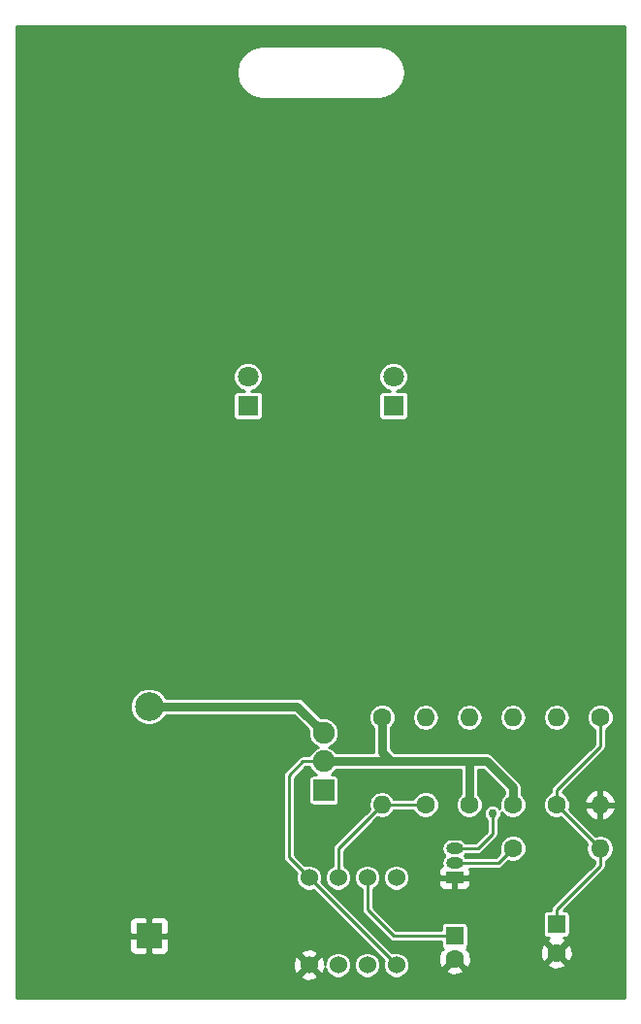
<source format=gtl>
G04 #@! TF.FileFunction,Copper,L1,Top,Signal*
%FSLAX46Y46*%
G04 Gerber Fmt 4.6, Leading zero omitted, Abs format (unit mm)*
G04 Created by KiCad (PCBNEW 4.0.7) date 07/03/23 18:34:59*
%MOMM*%
%LPD*%
G01*
G04 APERTURE LIST*
%ADD10C,0.100000*%
%ADD11R,2.170000X2.170000*%
%ADD12C,2.500000*%
%ADD13R,1.600000X1.600000*%
%ADD14C,1.600000*%
%ADD15R,1.800000X1.800000*%
%ADD16C,1.800000*%
%ADD17O,1.500000X1.000000*%
%ADD18R,1.500000X1.000000*%
%ADD19O,1.600000X1.600000*%
%ADD20R,1.900000X1.900000*%
%ADD21C,1.900000*%
%ADD22C,1.524000*%
%ADD23C,0.762000*%
%ADD24C,0.762000*%
%ADD25C,0.254000*%
G04 APERTURE END LIST*
D10*
D11*
X138938000Y-121158000D03*
D12*
X138938000Y-101158000D03*
D13*
X165608000Y-121158000D03*
D14*
X165608000Y-123158000D03*
D13*
X174498000Y-120142000D03*
D14*
X174498000Y-122642000D03*
D15*
X147574000Y-74930000D03*
D16*
X147574000Y-72390000D03*
D15*
X160274000Y-74930000D03*
D16*
X160274000Y-72390000D03*
D17*
X165608000Y-114808000D03*
X165608000Y-113538000D03*
D18*
X165608000Y-116078000D03*
D14*
X159258000Y-102108000D03*
D19*
X159258000Y-109728000D03*
D14*
X163068000Y-109728000D03*
D19*
X163068000Y-102108000D03*
D14*
X174498000Y-109728000D03*
D19*
X174498000Y-102108000D03*
D14*
X178308000Y-102108000D03*
D19*
X178308000Y-109728000D03*
D14*
X170688000Y-113538000D03*
D19*
X178308000Y-113538000D03*
D14*
X166878000Y-109728000D03*
D19*
X166878000Y-102108000D03*
D14*
X170688000Y-109728000D03*
D19*
X170688000Y-102108000D03*
D20*
X154178000Y-108458000D03*
D21*
X154178000Y-105958000D03*
X154178000Y-103458000D03*
D22*
X152908000Y-116078000D03*
X155448000Y-116078000D03*
X157988000Y-116078000D03*
X160528000Y-116078000D03*
X160528000Y-123698000D03*
X157988000Y-123698000D03*
X152908000Y-123698000D03*
X155448000Y-123698000D03*
D23*
X168910000Y-110490000D03*
D24*
X138938000Y-101158000D02*
X151878000Y-101158000D01*
X151878000Y-101158000D02*
X154178000Y-103458000D01*
D25*
X157988000Y-116078000D02*
X157988000Y-118872000D01*
X160274000Y-121158000D02*
X165608000Y-121158000D01*
X157988000Y-118872000D02*
X160274000Y-121158000D01*
X174498000Y-109728000D02*
X174498000Y-108458000D01*
X178308000Y-104648000D02*
X178308000Y-102108000D01*
X174498000Y-108458000D02*
X178308000Y-104648000D01*
X178308000Y-113538000D02*
X174498000Y-109728000D01*
X174498000Y-120142000D02*
X174498000Y-118872000D01*
X178308000Y-115062000D02*
X178308000Y-113538000D01*
X174498000Y-118872000D02*
X178308000Y-115062000D01*
X165608000Y-113538000D02*
X167640000Y-113538000D01*
X168910000Y-112268000D02*
X168910000Y-110490000D01*
X167640000Y-113538000D02*
X168910000Y-112268000D01*
X165608000Y-114808000D02*
X169418000Y-114808000D01*
X169418000Y-114808000D02*
X170688000Y-113538000D01*
X152908000Y-116078000D02*
X160528000Y-123698000D01*
X154178000Y-105958000D02*
X152360000Y-105958000D01*
X151130000Y-114300000D02*
X152908000Y-116078000D01*
X151130000Y-107188000D02*
X151130000Y-114300000D01*
X152360000Y-105958000D02*
X151130000Y-107188000D01*
D24*
X166878000Y-109728000D02*
X166878000Y-105958000D01*
X166878000Y-105958000D02*
X166878000Y-106172000D01*
X166878000Y-106172000D02*
X166878000Y-105958000D01*
X159258000Y-102108000D02*
X159258000Y-105156000D01*
X159258000Y-105156000D02*
X160060000Y-105958000D01*
X154178000Y-105958000D02*
X160060000Y-105958000D01*
X160060000Y-105958000D02*
X166878000Y-105958000D01*
X166878000Y-105958000D02*
X168442000Y-105958000D01*
X170688000Y-108204000D02*
X170688000Y-109728000D01*
X168442000Y-105958000D02*
X170688000Y-108204000D01*
D25*
X155448000Y-116078000D02*
X155448000Y-113538000D01*
X155448000Y-113538000D02*
X159258000Y-109728000D01*
X159258000Y-109728000D02*
X163068000Y-109728000D01*
G36*
X180454300Y-126606300D02*
X127393700Y-126606300D01*
X127393700Y-124678213D01*
X152107392Y-124678213D01*
X152176857Y-124920397D01*
X152700302Y-125107144D01*
X153255368Y-125079362D01*
X153639143Y-124920397D01*
X153708608Y-124678213D01*
X152908000Y-123877605D01*
X152107392Y-124678213D01*
X127393700Y-124678213D01*
X127393700Y-123490302D01*
X151498856Y-123490302D01*
X151526638Y-124045368D01*
X151685603Y-124429143D01*
X151927787Y-124498608D01*
X152728395Y-123698000D01*
X153087605Y-123698000D01*
X153888213Y-124498608D01*
X154130397Y-124429143D01*
X154307852Y-123931742D01*
X154478446Y-124344612D01*
X154799697Y-124666423D01*
X155219646Y-124840801D01*
X155674359Y-124841198D01*
X156094612Y-124667554D01*
X156416423Y-124346303D01*
X156590801Y-123926354D01*
X156590802Y-123924359D01*
X156844802Y-123924359D01*
X157018446Y-124344612D01*
X157339697Y-124666423D01*
X157759646Y-124840801D01*
X158214359Y-124841198D01*
X158634612Y-124667554D01*
X158956423Y-124346303D01*
X159130801Y-123926354D01*
X159131198Y-123471641D01*
X158957554Y-123051388D01*
X158636303Y-122729577D01*
X158216354Y-122555199D01*
X157761641Y-122554802D01*
X157341388Y-122728446D01*
X157019577Y-123049697D01*
X156845199Y-123469646D01*
X156844802Y-123924359D01*
X156590802Y-123924359D01*
X156591198Y-123471641D01*
X156417554Y-123051388D01*
X156096303Y-122729577D01*
X155676354Y-122555199D01*
X155221641Y-122554802D01*
X154801388Y-122728446D01*
X154479577Y-123049697D01*
X154305199Y-123469646D01*
X154305030Y-123663660D01*
X154289362Y-123350632D01*
X154130397Y-122966857D01*
X153888213Y-122897392D01*
X153087605Y-123698000D01*
X152728395Y-123698000D01*
X151927787Y-122897392D01*
X151685603Y-122966857D01*
X151498856Y-123490302D01*
X127393700Y-123490302D01*
X127393700Y-121443750D01*
X137218000Y-121443750D01*
X137218000Y-122369309D01*
X137314673Y-122602698D01*
X137493301Y-122781327D01*
X137726690Y-122878000D01*
X138652250Y-122878000D01*
X138811000Y-122719250D01*
X138811000Y-121285000D01*
X139065000Y-121285000D01*
X139065000Y-122719250D01*
X139223750Y-122878000D01*
X140149310Y-122878000D01*
X140382699Y-122781327D01*
X140446238Y-122717787D01*
X152107392Y-122717787D01*
X152908000Y-123518395D01*
X153708608Y-122717787D01*
X153639143Y-122475603D01*
X153115698Y-122288856D01*
X152560632Y-122316638D01*
X152176857Y-122475603D01*
X152107392Y-122717787D01*
X140446238Y-122717787D01*
X140561327Y-122602698D01*
X140658000Y-122369309D01*
X140658000Y-121443750D01*
X140499250Y-121285000D01*
X139065000Y-121285000D01*
X138811000Y-121285000D01*
X137376750Y-121285000D01*
X137218000Y-121443750D01*
X127393700Y-121443750D01*
X127393700Y-119946691D01*
X137218000Y-119946691D01*
X137218000Y-120872250D01*
X137376750Y-121031000D01*
X138811000Y-121031000D01*
X138811000Y-119596750D01*
X139065000Y-119596750D01*
X139065000Y-121031000D01*
X140499250Y-121031000D01*
X140658000Y-120872250D01*
X140658000Y-119946691D01*
X140561327Y-119713302D01*
X140382699Y-119534673D01*
X140149310Y-119438000D01*
X139223750Y-119438000D01*
X139065000Y-119596750D01*
X138811000Y-119596750D01*
X138652250Y-119438000D01*
X137726690Y-119438000D01*
X137493301Y-119534673D01*
X137314673Y-119713302D01*
X137218000Y-119946691D01*
X127393700Y-119946691D01*
X127393700Y-101481003D01*
X137306718Y-101481003D01*
X137554499Y-102080680D01*
X138012907Y-102539888D01*
X138612151Y-102788716D01*
X139261003Y-102789282D01*
X139860680Y-102541501D01*
X140319888Y-102083093D01*
X140387610Y-101920000D01*
X151562370Y-101920000D01*
X152847220Y-103204851D01*
X152846769Y-103721591D01*
X153048975Y-104210966D01*
X153423065Y-104585709D01*
X153717694Y-104708050D01*
X153425034Y-104828975D01*
X153050291Y-105203065D01*
X152947754Y-105450000D01*
X152360000Y-105450000D01*
X152165597Y-105488669D01*
X152000790Y-105598790D01*
X150770790Y-106828790D01*
X150660669Y-106993597D01*
X150622000Y-107188000D01*
X150622000Y-114300000D01*
X150660669Y-114494403D01*
X150770790Y-114659210D01*
X151822714Y-115711134D01*
X151765199Y-115849646D01*
X151764802Y-116304359D01*
X151938446Y-116724612D01*
X152259697Y-117046423D01*
X152679646Y-117220801D01*
X153134359Y-117221198D01*
X153274764Y-117163184D01*
X159442714Y-123331134D01*
X159385199Y-123469646D01*
X159384802Y-123924359D01*
X159558446Y-124344612D01*
X159879697Y-124666423D01*
X160299646Y-124840801D01*
X160754359Y-124841198D01*
X161174612Y-124667554D01*
X161496423Y-124346303D01*
X161571397Y-124165745D01*
X164779861Y-124165745D01*
X164853995Y-124411864D01*
X165391223Y-124604965D01*
X165961454Y-124577778D01*
X166362005Y-124411864D01*
X166436139Y-124165745D01*
X165608000Y-123337605D01*
X164779861Y-124165745D01*
X161571397Y-124165745D01*
X161670801Y-123926354D01*
X161671198Y-123471641D01*
X161497554Y-123051388D01*
X161176303Y-122729577D01*
X160756354Y-122555199D01*
X160301641Y-122554802D01*
X160161236Y-122612816D01*
X153993286Y-116444866D01*
X154050801Y-116306354D01*
X154050802Y-116304359D01*
X154304802Y-116304359D01*
X154478446Y-116724612D01*
X154799697Y-117046423D01*
X155219646Y-117220801D01*
X155674359Y-117221198D01*
X156094612Y-117047554D01*
X156416423Y-116726303D01*
X156590801Y-116306354D01*
X156590802Y-116304359D01*
X156844802Y-116304359D01*
X157018446Y-116724612D01*
X157339697Y-117046423D01*
X157480000Y-117104682D01*
X157480000Y-118872000D01*
X157518669Y-119066403D01*
X157628790Y-119231210D01*
X159914790Y-121517210D01*
X160079596Y-121627331D01*
X160274000Y-121666000D01*
X164419536Y-121666000D01*
X164419536Y-121958000D01*
X164446103Y-122099190D01*
X164506819Y-122193545D01*
X164485378Y-122214986D01*
X164600253Y-122329861D01*
X164354136Y-122403995D01*
X164161035Y-122941223D01*
X164188222Y-123511454D01*
X164354136Y-123912005D01*
X164600255Y-123986139D01*
X165428395Y-123158000D01*
X165414252Y-123143858D01*
X165593858Y-122964252D01*
X165608000Y-122978395D01*
X165622142Y-122964252D01*
X165801748Y-123143858D01*
X165787605Y-123158000D01*
X166615745Y-123986139D01*
X166861864Y-123912005D01*
X166956130Y-123649745D01*
X173669861Y-123649745D01*
X173743995Y-123895864D01*
X174281223Y-124088965D01*
X174851454Y-124061778D01*
X175252005Y-123895864D01*
X175326139Y-123649745D01*
X174498000Y-122821605D01*
X173669861Y-123649745D01*
X166956130Y-123649745D01*
X167054965Y-123374777D01*
X167027778Y-122804546D01*
X166870657Y-122425223D01*
X173051035Y-122425223D01*
X173078222Y-122995454D01*
X173244136Y-123396005D01*
X173490255Y-123470139D01*
X174318395Y-122642000D01*
X174677605Y-122642000D01*
X175505745Y-123470139D01*
X175751864Y-123396005D01*
X175944965Y-122858777D01*
X175917778Y-122288546D01*
X175751864Y-121887995D01*
X175505745Y-121813861D01*
X174677605Y-122642000D01*
X174318395Y-122642000D01*
X173490255Y-121813861D01*
X173244136Y-121887995D01*
X173051035Y-122425223D01*
X166870657Y-122425223D01*
X166861864Y-122403995D01*
X166615747Y-122329861D01*
X166730622Y-122214986D01*
X166708588Y-122192952D01*
X166765859Y-122109134D01*
X166796464Y-121958000D01*
X166796464Y-120358000D01*
X166769897Y-120216810D01*
X166686454Y-120087135D01*
X166559134Y-120000141D01*
X166408000Y-119969536D01*
X164808000Y-119969536D01*
X164666810Y-119996103D01*
X164537135Y-120079546D01*
X164450141Y-120206866D01*
X164419536Y-120358000D01*
X164419536Y-120650000D01*
X160484420Y-120650000D01*
X159176420Y-119342000D01*
X173309536Y-119342000D01*
X173309536Y-120942000D01*
X173336103Y-121083190D01*
X173419546Y-121212865D01*
X173546866Y-121299859D01*
X173698000Y-121330464D01*
X173883227Y-121330464D01*
X173743995Y-121388136D01*
X173669861Y-121634255D01*
X174498000Y-122462395D01*
X175326139Y-121634255D01*
X175252005Y-121388136D01*
X175091555Y-121330464D01*
X175298000Y-121330464D01*
X175439190Y-121303897D01*
X175568865Y-121220454D01*
X175655859Y-121093134D01*
X175686464Y-120942000D01*
X175686464Y-119342000D01*
X175659897Y-119200810D01*
X175576454Y-119071135D01*
X175449134Y-118984141D01*
X175298000Y-118953536D01*
X175134884Y-118953536D01*
X178667210Y-115421210D01*
X178777331Y-115256403D01*
X178816000Y-115062000D01*
X178816000Y-114607110D01*
X179166230Y-114373093D01*
X179422239Y-113989949D01*
X179512137Y-113538000D01*
X179422239Y-113086051D01*
X179166230Y-112702907D01*
X178783086Y-112446898D01*
X178331137Y-112357000D01*
X178284863Y-112357000D01*
X177918328Y-112429908D01*
X175612359Y-110123939D01*
X175631832Y-110077041D01*
X176916086Y-110077041D01*
X177155611Y-110583134D01*
X177570577Y-110959041D01*
X177958961Y-111119904D01*
X178181000Y-110997915D01*
X178181000Y-109855000D01*
X178435000Y-109855000D01*
X178435000Y-110997915D01*
X178657039Y-111119904D01*
X179045423Y-110959041D01*
X179460389Y-110583134D01*
X179699914Y-110077041D01*
X179578629Y-109855000D01*
X178435000Y-109855000D01*
X178181000Y-109855000D01*
X177037371Y-109855000D01*
X176916086Y-110077041D01*
X175631832Y-110077041D01*
X175678794Y-109963946D01*
X175679204Y-109494115D01*
X175631623Y-109378959D01*
X176916086Y-109378959D01*
X177037371Y-109601000D01*
X178181000Y-109601000D01*
X178181000Y-108458085D01*
X178435000Y-108458085D01*
X178435000Y-109601000D01*
X179578629Y-109601000D01*
X179699914Y-109378959D01*
X179460389Y-108872866D01*
X179045423Y-108496959D01*
X178657039Y-108336096D01*
X178435000Y-108458085D01*
X178181000Y-108458085D01*
X177958961Y-108336096D01*
X177570577Y-108496959D01*
X177155611Y-108872866D01*
X176916086Y-109378959D01*
X175631623Y-109378959D01*
X175499787Y-109059891D01*
X175167856Y-108727381D01*
X175011828Y-108662592D01*
X178667210Y-105007210D01*
X178777331Y-104842403D01*
X178816000Y-104648000D01*
X178816000Y-103175942D01*
X178976109Y-103109787D01*
X179308619Y-102777856D01*
X179488794Y-102343946D01*
X179489204Y-101874115D01*
X179309787Y-101439891D01*
X178977856Y-101107381D01*
X178543946Y-100927206D01*
X178074115Y-100926796D01*
X177639891Y-101106213D01*
X177307381Y-101438144D01*
X177127206Y-101872054D01*
X177126796Y-102341885D01*
X177306213Y-102776109D01*
X177638144Y-103108619D01*
X177800000Y-103175827D01*
X177800000Y-104437580D01*
X174138790Y-108098790D01*
X174028669Y-108263597D01*
X173990000Y-108458000D01*
X173990000Y-108660058D01*
X173829891Y-108726213D01*
X173497381Y-109058144D01*
X173317206Y-109492054D01*
X173316796Y-109961885D01*
X173496213Y-110396109D01*
X173828144Y-110728619D01*
X174262054Y-110908794D01*
X174731885Y-110909204D01*
X174893858Y-110842278D01*
X177184448Y-113132868D01*
X177103863Y-113538000D01*
X177193761Y-113989949D01*
X177449770Y-114373093D01*
X177800000Y-114607110D01*
X177800000Y-114851580D01*
X174138790Y-118512790D01*
X174028669Y-118677597D01*
X173990000Y-118872000D01*
X173990000Y-118953536D01*
X173698000Y-118953536D01*
X173556810Y-118980103D01*
X173427135Y-119063546D01*
X173340141Y-119190866D01*
X173309536Y-119342000D01*
X159176420Y-119342000D01*
X158496000Y-118661580D01*
X158496000Y-117104827D01*
X158634612Y-117047554D01*
X158956423Y-116726303D01*
X159130801Y-116306354D01*
X159130802Y-116304359D01*
X159384802Y-116304359D01*
X159558446Y-116724612D01*
X159879697Y-117046423D01*
X160299646Y-117220801D01*
X160754359Y-117221198D01*
X161174612Y-117047554D01*
X161496423Y-116726303D01*
X161646968Y-116363750D01*
X164223000Y-116363750D01*
X164223000Y-116704309D01*
X164319673Y-116937698D01*
X164498301Y-117116327D01*
X164731690Y-117213000D01*
X165322250Y-117213000D01*
X165481000Y-117054250D01*
X165481000Y-116205000D01*
X165735000Y-116205000D01*
X165735000Y-117054250D01*
X165893750Y-117213000D01*
X166484310Y-117213000D01*
X166717699Y-117116327D01*
X166896327Y-116937698D01*
X166993000Y-116704309D01*
X166993000Y-116363750D01*
X166834250Y-116205000D01*
X165735000Y-116205000D01*
X165481000Y-116205000D01*
X164381750Y-116205000D01*
X164223000Y-116363750D01*
X161646968Y-116363750D01*
X161670801Y-116306354D01*
X161671198Y-115851641D01*
X161497554Y-115431388D01*
X161176303Y-115109577D01*
X160756354Y-114935199D01*
X160301641Y-114934802D01*
X159881388Y-115108446D01*
X159559577Y-115429697D01*
X159385199Y-115849646D01*
X159384802Y-116304359D01*
X159130802Y-116304359D01*
X159131198Y-115851641D01*
X158957554Y-115431388D01*
X158636303Y-115109577D01*
X158216354Y-114935199D01*
X157761641Y-114934802D01*
X157341388Y-115108446D01*
X157019577Y-115429697D01*
X156845199Y-115849646D01*
X156844802Y-116304359D01*
X156590802Y-116304359D01*
X156591198Y-115851641D01*
X156417554Y-115431388D01*
X156096303Y-115109577D01*
X155956000Y-115051318D01*
X155956000Y-113748420D01*
X158852868Y-110851552D01*
X159258000Y-110932137D01*
X159709949Y-110842239D01*
X160093093Y-110586230D01*
X160327110Y-110236000D01*
X162000058Y-110236000D01*
X162066213Y-110396109D01*
X162398144Y-110728619D01*
X162832054Y-110908794D01*
X163301885Y-110909204D01*
X163736109Y-110729787D01*
X164068619Y-110397856D01*
X164248794Y-109963946D01*
X164249204Y-109494115D01*
X164069787Y-109059891D01*
X163737856Y-108727381D01*
X163303946Y-108547206D01*
X162834115Y-108546796D01*
X162399891Y-108726213D01*
X162067381Y-109058144D01*
X162000173Y-109220000D01*
X160327110Y-109220000D01*
X160093093Y-108869770D01*
X159709949Y-108613761D01*
X159258000Y-108523863D01*
X158806051Y-108613761D01*
X158422907Y-108869770D01*
X158166898Y-109252914D01*
X158077000Y-109704863D01*
X158077000Y-109751137D01*
X158149908Y-110117672D01*
X155088790Y-113178790D01*
X154978669Y-113343597D01*
X154940000Y-113538000D01*
X154940000Y-115051173D01*
X154801388Y-115108446D01*
X154479577Y-115429697D01*
X154305199Y-115849646D01*
X154304802Y-116304359D01*
X154050802Y-116304359D01*
X154051198Y-115851641D01*
X153877554Y-115431388D01*
X153556303Y-115109577D01*
X153136354Y-114935199D01*
X152681641Y-114934802D01*
X152541236Y-114992816D01*
X151638000Y-114089580D01*
X151638000Y-107398420D01*
X152570420Y-106466000D01*
X152947757Y-106466000D01*
X153048975Y-106710966D01*
X153423065Y-107085709D01*
X153504529Y-107119536D01*
X153228000Y-107119536D01*
X153086810Y-107146103D01*
X152957135Y-107229546D01*
X152870141Y-107356866D01*
X152839536Y-107508000D01*
X152839536Y-109408000D01*
X152866103Y-109549190D01*
X152949546Y-109678865D01*
X153076866Y-109765859D01*
X153228000Y-109796464D01*
X155128000Y-109796464D01*
X155269190Y-109769897D01*
X155398865Y-109686454D01*
X155485859Y-109559134D01*
X155516464Y-109408000D01*
X155516464Y-107508000D01*
X155489897Y-107366810D01*
X155406454Y-107237135D01*
X155279134Y-107150141D01*
X155128000Y-107119536D01*
X154852284Y-107119536D01*
X154930966Y-107087025D01*
X155298632Y-106720000D01*
X166116000Y-106720000D01*
X166116000Y-108819941D01*
X165877381Y-109058144D01*
X165697206Y-109492054D01*
X165696796Y-109961885D01*
X165876213Y-110396109D01*
X166208144Y-110728619D01*
X166642054Y-110908794D01*
X167111885Y-110909204D01*
X167546109Y-110729787D01*
X167878619Y-110397856D01*
X168058794Y-109963946D01*
X168059204Y-109494115D01*
X167879787Y-109059891D01*
X167640000Y-108819686D01*
X167640000Y-106720000D01*
X168126370Y-106720000D01*
X169926000Y-108519631D01*
X169926000Y-108819941D01*
X169687381Y-109058144D01*
X169507206Y-109492054D01*
X169506796Y-109961885D01*
X169540200Y-110042730D01*
X169342202Y-109844385D01*
X169062236Y-109728133D01*
X168759094Y-109727868D01*
X168478926Y-109843632D01*
X168264385Y-110057798D01*
X168148133Y-110337764D01*
X168147868Y-110640906D01*
X168263632Y-110921074D01*
X168402000Y-111059684D01*
X168402000Y-112057580D01*
X167429580Y-113030000D01*
X166579934Y-113030000D01*
X166503119Y-112915039D01*
X166217302Y-112724062D01*
X165880158Y-112657000D01*
X165335842Y-112657000D01*
X164998698Y-112724062D01*
X164712881Y-112915039D01*
X164521904Y-113200856D01*
X164454842Y-113538000D01*
X164521904Y-113875144D01*
X164712881Y-114160961D01*
X164730899Y-114173000D01*
X164712881Y-114185039D01*
X164521904Y-114470856D01*
X164454842Y-114808000D01*
X164500725Y-115038669D01*
X164498301Y-115039673D01*
X164319673Y-115218302D01*
X164223000Y-115451691D01*
X164223000Y-115792250D01*
X164381750Y-115951000D01*
X165481000Y-115951000D01*
X165481000Y-115931000D01*
X165735000Y-115931000D01*
X165735000Y-115951000D01*
X166834250Y-115951000D01*
X166993000Y-115792250D01*
X166993000Y-115451691D01*
X166936795Y-115316000D01*
X169418000Y-115316000D01*
X169612403Y-115277331D01*
X169777210Y-115167210D01*
X170292061Y-114652359D01*
X170452054Y-114718794D01*
X170921885Y-114719204D01*
X171356109Y-114539787D01*
X171688619Y-114207856D01*
X171868794Y-113773946D01*
X171869204Y-113304115D01*
X171689787Y-112869891D01*
X171357856Y-112537381D01*
X170923946Y-112357206D01*
X170454115Y-112356796D01*
X170019891Y-112536213D01*
X169687381Y-112868144D01*
X169507206Y-113302054D01*
X169506796Y-113771885D01*
X169573722Y-113933858D01*
X169207580Y-114300000D01*
X166579934Y-114300000D01*
X166503119Y-114185039D01*
X166485101Y-114173000D01*
X166503119Y-114160961D01*
X166579934Y-114046000D01*
X167640000Y-114046000D01*
X167834403Y-114007331D01*
X167999210Y-113897210D01*
X169269210Y-112627210D01*
X169379331Y-112462404D01*
X169385746Y-112430150D01*
X169418000Y-112268000D01*
X169418000Y-111059576D01*
X169555615Y-110922202D01*
X169671867Y-110642236D01*
X169672112Y-110361982D01*
X169686213Y-110396109D01*
X170018144Y-110728619D01*
X170452054Y-110908794D01*
X170921885Y-110909204D01*
X171356109Y-110729787D01*
X171688619Y-110397856D01*
X171868794Y-109963946D01*
X171869204Y-109494115D01*
X171689787Y-109059891D01*
X171450000Y-108819686D01*
X171450000Y-108204000D01*
X171391996Y-107912395D01*
X171325834Y-107813377D01*
X171226816Y-107665185D01*
X168980815Y-105419185D01*
X168980814Y-105419184D01*
X168733605Y-105254004D01*
X168442000Y-105196000D01*
X160375631Y-105196000D01*
X160020000Y-104840370D01*
X160020000Y-103016059D01*
X160258619Y-102777856D01*
X160438794Y-102343946D01*
X160439020Y-102084863D01*
X161887000Y-102084863D01*
X161887000Y-102131137D01*
X161976898Y-102583086D01*
X162232907Y-102966230D01*
X162616051Y-103222239D01*
X163068000Y-103312137D01*
X163519949Y-103222239D01*
X163903093Y-102966230D01*
X164159102Y-102583086D01*
X164249000Y-102131137D01*
X164249000Y-102084863D01*
X165697000Y-102084863D01*
X165697000Y-102131137D01*
X165786898Y-102583086D01*
X166042907Y-102966230D01*
X166426051Y-103222239D01*
X166878000Y-103312137D01*
X167329949Y-103222239D01*
X167713093Y-102966230D01*
X167969102Y-102583086D01*
X168059000Y-102131137D01*
X168059000Y-102084863D01*
X169507000Y-102084863D01*
X169507000Y-102131137D01*
X169596898Y-102583086D01*
X169852907Y-102966230D01*
X170236051Y-103222239D01*
X170688000Y-103312137D01*
X171139949Y-103222239D01*
X171523093Y-102966230D01*
X171779102Y-102583086D01*
X171869000Y-102131137D01*
X171869000Y-102084863D01*
X173317000Y-102084863D01*
X173317000Y-102131137D01*
X173406898Y-102583086D01*
X173662907Y-102966230D01*
X174046051Y-103222239D01*
X174498000Y-103312137D01*
X174949949Y-103222239D01*
X175333093Y-102966230D01*
X175589102Y-102583086D01*
X175679000Y-102131137D01*
X175679000Y-102084863D01*
X175589102Y-101632914D01*
X175333093Y-101249770D01*
X174949949Y-100993761D01*
X174498000Y-100903863D01*
X174046051Y-100993761D01*
X173662907Y-101249770D01*
X173406898Y-101632914D01*
X173317000Y-102084863D01*
X171869000Y-102084863D01*
X171779102Y-101632914D01*
X171523093Y-101249770D01*
X171139949Y-100993761D01*
X170688000Y-100903863D01*
X170236051Y-100993761D01*
X169852907Y-101249770D01*
X169596898Y-101632914D01*
X169507000Y-102084863D01*
X168059000Y-102084863D01*
X167969102Y-101632914D01*
X167713093Y-101249770D01*
X167329949Y-100993761D01*
X166878000Y-100903863D01*
X166426051Y-100993761D01*
X166042907Y-101249770D01*
X165786898Y-101632914D01*
X165697000Y-102084863D01*
X164249000Y-102084863D01*
X164159102Y-101632914D01*
X163903093Y-101249770D01*
X163519949Y-100993761D01*
X163068000Y-100903863D01*
X162616051Y-100993761D01*
X162232907Y-101249770D01*
X161976898Y-101632914D01*
X161887000Y-102084863D01*
X160439020Y-102084863D01*
X160439204Y-101874115D01*
X160259787Y-101439891D01*
X159927856Y-101107381D01*
X159493946Y-100927206D01*
X159024115Y-100926796D01*
X158589891Y-101106213D01*
X158257381Y-101438144D01*
X158077206Y-101872054D01*
X158076796Y-102341885D01*
X158256213Y-102776109D01*
X158496000Y-103016314D01*
X158496000Y-105156000D01*
X158503957Y-105196000D01*
X155298007Y-105196000D01*
X154932935Y-104830291D01*
X154638306Y-104707950D01*
X154930966Y-104587025D01*
X155305709Y-104212935D01*
X155508769Y-103723914D01*
X155509231Y-103194409D01*
X155307025Y-102705034D01*
X154932935Y-102330291D01*
X154443914Y-102127231D01*
X153924408Y-102126778D01*
X152416815Y-100619185D01*
X152169605Y-100454004D01*
X151878000Y-100396000D01*
X140387892Y-100396000D01*
X140321501Y-100235320D01*
X139863093Y-99776112D01*
X139263849Y-99527284D01*
X138614997Y-99526718D01*
X138015320Y-99774499D01*
X137556112Y-100232907D01*
X137307284Y-100832151D01*
X137306718Y-101481003D01*
X127393700Y-101481003D01*
X127393700Y-74030000D01*
X146285536Y-74030000D01*
X146285536Y-75830000D01*
X146312103Y-75971190D01*
X146395546Y-76100865D01*
X146522866Y-76187859D01*
X146674000Y-76218464D01*
X148474000Y-76218464D01*
X148615190Y-76191897D01*
X148744865Y-76108454D01*
X148831859Y-75981134D01*
X148862464Y-75830000D01*
X148862464Y-74030000D01*
X158985536Y-74030000D01*
X158985536Y-75830000D01*
X159012103Y-75971190D01*
X159095546Y-76100865D01*
X159222866Y-76187859D01*
X159374000Y-76218464D01*
X161174000Y-76218464D01*
X161315190Y-76191897D01*
X161444865Y-76108454D01*
X161531859Y-75981134D01*
X161562464Y-75830000D01*
X161562464Y-74030000D01*
X161535897Y-73888810D01*
X161452454Y-73759135D01*
X161325134Y-73672141D01*
X161174000Y-73641536D01*
X160599534Y-73641536D01*
X160998680Y-73476612D01*
X161359345Y-73116575D01*
X161554777Y-72645924D01*
X161555222Y-72136311D01*
X161360612Y-71665320D01*
X161000575Y-71304655D01*
X160529924Y-71109223D01*
X160020311Y-71108778D01*
X159549320Y-71303388D01*
X159188655Y-71663425D01*
X158993223Y-72134076D01*
X158992778Y-72643689D01*
X159187388Y-73114680D01*
X159547425Y-73475345D01*
X159947656Y-73641536D01*
X159374000Y-73641536D01*
X159232810Y-73668103D01*
X159103135Y-73751546D01*
X159016141Y-73878866D01*
X158985536Y-74030000D01*
X148862464Y-74030000D01*
X148835897Y-73888810D01*
X148752454Y-73759135D01*
X148625134Y-73672141D01*
X148474000Y-73641536D01*
X147899534Y-73641536D01*
X148298680Y-73476612D01*
X148659345Y-73116575D01*
X148854777Y-72645924D01*
X148855222Y-72136311D01*
X148660612Y-71665320D01*
X148300575Y-71304655D01*
X147829924Y-71109223D01*
X147320311Y-71108778D01*
X146849320Y-71303388D01*
X146488655Y-71663425D01*
X146293223Y-72134076D01*
X146292778Y-72643689D01*
X146487388Y-73114680D01*
X146847425Y-73475345D01*
X147247656Y-73641536D01*
X146674000Y-73641536D01*
X146532810Y-73668103D01*
X146403135Y-73751546D01*
X146316141Y-73878866D01*
X146285536Y-74030000D01*
X127393700Y-74030000D01*
X127393700Y-45770193D01*
X146552865Y-45770193D01*
X146552865Y-45923807D01*
X146697874Y-46652819D01*
X146732310Y-46735954D01*
X146756660Y-46794740D01*
X147169613Y-47412766D01*
X147278234Y-47521387D01*
X147896259Y-47934340D01*
X147979395Y-47968776D01*
X148038181Y-47993126D01*
X148767193Y-48138135D01*
X148805969Y-48138135D01*
X148844000Y-48145700D01*
X159004000Y-48145700D01*
X159042031Y-48138135D01*
X159080807Y-48138135D01*
X159809819Y-47993126D01*
X159892954Y-47958690D01*
X159951740Y-47934340D01*
X160569766Y-47521387D01*
X160678387Y-47412766D01*
X161091340Y-46794741D01*
X161125776Y-46711605D01*
X161150126Y-46652819D01*
X161295135Y-45923807D01*
X161295135Y-45770193D01*
X161150126Y-45041181D01*
X161125776Y-44982395D01*
X161091340Y-44899259D01*
X160678387Y-44281234D01*
X160569766Y-44172613D01*
X159951740Y-43759660D01*
X159863894Y-43723273D01*
X159809819Y-43700874D01*
X159080807Y-43555865D01*
X159042031Y-43555865D01*
X159004000Y-43548300D01*
X148844000Y-43548300D01*
X148805969Y-43555865D01*
X148767193Y-43555865D01*
X148038181Y-43700874D01*
X147984106Y-43723273D01*
X147896259Y-43759660D01*
X147278234Y-44172613D01*
X147169613Y-44281234D01*
X146756660Y-44899260D01*
X146756660Y-44899261D01*
X146697874Y-45041181D01*
X146552865Y-45770193D01*
X127393700Y-45770193D01*
X127393700Y-41795700D01*
X180454300Y-41795700D01*
X180454300Y-126606300D01*
X180454300Y-126606300D01*
G37*
X180454300Y-126606300D02*
X127393700Y-126606300D01*
X127393700Y-124678213D01*
X152107392Y-124678213D01*
X152176857Y-124920397D01*
X152700302Y-125107144D01*
X153255368Y-125079362D01*
X153639143Y-124920397D01*
X153708608Y-124678213D01*
X152908000Y-123877605D01*
X152107392Y-124678213D01*
X127393700Y-124678213D01*
X127393700Y-123490302D01*
X151498856Y-123490302D01*
X151526638Y-124045368D01*
X151685603Y-124429143D01*
X151927787Y-124498608D01*
X152728395Y-123698000D01*
X153087605Y-123698000D01*
X153888213Y-124498608D01*
X154130397Y-124429143D01*
X154307852Y-123931742D01*
X154478446Y-124344612D01*
X154799697Y-124666423D01*
X155219646Y-124840801D01*
X155674359Y-124841198D01*
X156094612Y-124667554D01*
X156416423Y-124346303D01*
X156590801Y-123926354D01*
X156590802Y-123924359D01*
X156844802Y-123924359D01*
X157018446Y-124344612D01*
X157339697Y-124666423D01*
X157759646Y-124840801D01*
X158214359Y-124841198D01*
X158634612Y-124667554D01*
X158956423Y-124346303D01*
X159130801Y-123926354D01*
X159131198Y-123471641D01*
X158957554Y-123051388D01*
X158636303Y-122729577D01*
X158216354Y-122555199D01*
X157761641Y-122554802D01*
X157341388Y-122728446D01*
X157019577Y-123049697D01*
X156845199Y-123469646D01*
X156844802Y-123924359D01*
X156590802Y-123924359D01*
X156591198Y-123471641D01*
X156417554Y-123051388D01*
X156096303Y-122729577D01*
X155676354Y-122555199D01*
X155221641Y-122554802D01*
X154801388Y-122728446D01*
X154479577Y-123049697D01*
X154305199Y-123469646D01*
X154305030Y-123663660D01*
X154289362Y-123350632D01*
X154130397Y-122966857D01*
X153888213Y-122897392D01*
X153087605Y-123698000D01*
X152728395Y-123698000D01*
X151927787Y-122897392D01*
X151685603Y-122966857D01*
X151498856Y-123490302D01*
X127393700Y-123490302D01*
X127393700Y-121443750D01*
X137218000Y-121443750D01*
X137218000Y-122369309D01*
X137314673Y-122602698D01*
X137493301Y-122781327D01*
X137726690Y-122878000D01*
X138652250Y-122878000D01*
X138811000Y-122719250D01*
X138811000Y-121285000D01*
X139065000Y-121285000D01*
X139065000Y-122719250D01*
X139223750Y-122878000D01*
X140149310Y-122878000D01*
X140382699Y-122781327D01*
X140446238Y-122717787D01*
X152107392Y-122717787D01*
X152908000Y-123518395D01*
X153708608Y-122717787D01*
X153639143Y-122475603D01*
X153115698Y-122288856D01*
X152560632Y-122316638D01*
X152176857Y-122475603D01*
X152107392Y-122717787D01*
X140446238Y-122717787D01*
X140561327Y-122602698D01*
X140658000Y-122369309D01*
X140658000Y-121443750D01*
X140499250Y-121285000D01*
X139065000Y-121285000D01*
X138811000Y-121285000D01*
X137376750Y-121285000D01*
X137218000Y-121443750D01*
X127393700Y-121443750D01*
X127393700Y-119946691D01*
X137218000Y-119946691D01*
X137218000Y-120872250D01*
X137376750Y-121031000D01*
X138811000Y-121031000D01*
X138811000Y-119596750D01*
X139065000Y-119596750D01*
X139065000Y-121031000D01*
X140499250Y-121031000D01*
X140658000Y-120872250D01*
X140658000Y-119946691D01*
X140561327Y-119713302D01*
X140382699Y-119534673D01*
X140149310Y-119438000D01*
X139223750Y-119438000D01*
X139065000Y-119596750D01*
X138811000Y-119596750D01*
X138652250Y-119438000D01*
X137726690Y-119438000D01*
X137493301Y-119534673D01*
X137314673Y-119713302D01*
X137218000Y-119946691D01*
X127393700Y-119946691D01*
X127393700Y-101481003D01*
X137306718Y-101481003D01*
X137554499Y-102080680D01*
X138012907Y-102539888D01*
X138612151Y-102788716D01*
X139261003Y-102789282D01*
X139860680Y-102541501D01*
X140319888Y-102083093D01*
X140387610Y-101920000D01*
X151562370Y-101920000D01*
X152847220Y-103204851D01*
X152846769Y-103721591D01*
X153048975Y-104210966D01*
X153423065Y-104585709D01*
X153717694Y-104708050D01*
X153425034Y-104828975D01*
X153050291Y-105203065D01*
X152947754Y-105450000D01*
X152360000Y-105450000D01*
X152165597Y-105488669D01*
X152000790Y-105598790D01*
X150770790Y-106828790D01*
X150660669Y-106993597D01*
X150622000Y-107188000D01*
X150622000Y-114300000D01*
X150660669Y-114494403D01*
X150770790Y-114659210D01*
X151822714Y-115711134D01*
X151765199Y-115849646D01*
X151764802Y-116304359D01*
X151938446Y-116724612D01*
X152259697Y-117046423D01*
X152679646Y-117220801D01*
X153134359Y-117221198D01*
X153274764Y-117163184D01*
X159442714Y-123331134D01*
X159385199Y-123469646D01*
X159384802Y-123924359D01*
X159558446Y-124344612D01*
X159879697Y-124666423D01*
X160299646Y-124840801D01*
X160754359Y-124841198D01*
X161174612Y-124667554D01*
X161496423Y-124346303D01*
X161571397Y-124165745D01*
X164779861Y-124165745D01*
X164853995Y-124411864D01*
X165391223Y-124604965D01*
X165961454Y-124577778D01*
X166362005Y-124411864D01*
X166436139Y-124165745D01*
X165608000Y-123337605D01*
X164779861Y-124165745D01*
X161571397Y-124165745D01*
X161670801Y-123926354D01*
X161671198Y-123471641D01*
X161497554Y-123051388D01*
X161176303Y-122729577D01*
X160756354Y-122555199D01*
X160301641Y-122554802D01*
X160161236Y-122612816D01*
X153993286Y-116444866D01*
X154050801Y-116306354D01*
X154050802Y-116304359D01*
X154304802Y-116304359D01*
X154478446Y-116724612D01*
X154799697Y-117046423D01*
X155219646Y-117220801D01*
X155674359Y-117221198D01*
X156094612Y-117047554D01*
X156416423Y-116726303D01*
X156590801Y-116306354D01*
X156590802Y-116304359D01*
X156844802Y-116304359D01*
X157018446Y-116724612D01*
X157339697Y-117046423D01*
X157480000Y-117104682D01*
X157480000Y-118872000D01*
X157518669Y-119066403D01*
X157628790Y-119231210D01*
X159914790Y-121517210D01*
X160079596Y-121627331D01*
X160274000Y-121666000D01*
X164419536Y-121666000D01*
X164419536Y-121958000D01*
X164446103Y-122099190D01*
X164506819Y-122193545D01*
X164485378Y-122214986D01*
X164600253Y-122329861D01*
X164354136Y-122403995D01*
X164161035Y-122941223D01*
X164188222Y-123511454D01*
X164354136Y-123912005D01*
X164600255Y-123986139D01*
X165428395Y-123158000D01*
X165414252Y-123143858D01*
X165593858Y-122964252D01*
X165608000Y-122978395D01*
X165622142Y-122964252D01*
X165801748Y-123143858D01*
X165787605Y-123158000D01*
X166615745Y-123986139D01*
X166861864Y-123912005D01*
X166956130Y-123649745D01*
X173669861Y-123649745D01*
X173743995Y-123895864D01*
X174281223Y-124088965D01*
X174851454Y-124061778D01*
X175252005Y-123895864D01*
X175326139Y-123649745D01*
X174498000Y-122821605D01*
X173669861Y-123649745D01*
X166956130Y-123649745D01*
X167054965Y-123374777D01*
X167027778Y-122804546D01*
X166870657Y-122425223D01*
X173051035Y-122425223D01*
X173078222Y-122995454D01*
X173244136Y-123396005D01*
X173490255Y-123470139D01*
X174318395Y-122642000D01*
X174677605Y-122642000D01*
X175505745Y-123470139D01*
X175751864Y-123396005D01*
X175944965Y-122858777D01*
X175917778Y-122288546D01*
X175751864Y-121887995D01*
X175505745Y-121813861D01*
X174677605Y-122642000D01*
X174318395Y-122642000D01*
X173490255Y-121813861D01*
X173244136Y-121887995D01*
X173051035Y-122425223D01*
X166870657Y-122425223D01*
X166861864Y-122403995D01*
X166615747Y-122329861D01*
X166730622Y-122214986D01*
X166708588Y-122192952D01*
X166765859Y-122109134D01*
X166796464Y-121958000D01*
X166796464Y-120358000D01*
X166769897Y-120216810D01*
X166686454Y-120087135D01*
X166559134Y-120000141D01*
X166408000Y-119969536D01*
X164808000Y-119969536D01*
X164666810Y-119996103D01*
X164537135Y-120079546D01*
X164450141Y-120206866D01*
X164419536Y-120358000D01*
X164419536Y-120650000D01*
X160484420Y-120650000D01*
X159176420Y-119342000D01*
X173309536Y-119342000D01*
X173309536Y-120942000D01*
X173336103Y-121083190D01*
X173419546Y-121212865D01*
X173546866Y-121299859D01*
X173698000Y-121330464D01*
X173883227Y-121330464D01*
X173743995Y-121388136D01*
X173669861Y-121634255D01*
X174498000Y-122462395D01*
X175326139Y-121634255D01*
X175252005Y-121388136D01*
X175091555Y-121330464D01*
X175298000Y-121330464D01*
X175439190Y-121303897D01*
X175568865Y-121220454D01*
X175655859Y-121093134D01*
X175686464Y-120942000D01*
X175686464Y-119342000D01*
X175659897Y-119200810D01*
X175576454Y-119071135D01*
X175449134Y-118984141D01*
X175298000Y-118953536D01*
X175134884Y-118953536D01*
X178667210Y-115421210D01*
X178777331Y-115256403D01*
X178816000Y-115062000D01*
X178816000Y-114607110D01*
X179166230Y-114373093D01*
X179422239Y-113989949D01*
X179512137Y-113538000D01*
X179422239Y-113086051D01*
X179166230Y-112702907D01*
X178783086Y-112446898D01*
X178331137Y-112357000D01*
X178284863Y-112357000D01*
X177918328Y-112429908D01*
X175612359Y-110123939D01*
X175631832Y-110077041D01*
X176916086Y-110077041D01*
X177155611Y-110583134D01*
X177570577Y-110959041D01*
X177958961Y-111119904D01*
X178181000Y-110997915D01*
X178181000Y-109855000D01*
X178435000Y-109855000D01*
X178435000Y-110997915D01*
X178657039Y-111119904D01*
X179045423Y-110959041D01*
X179460389Y-110583134D01*
X179699914Y-110077041D01*
X179578629Y-109855000D01*
X178435000Y-109855000D01*
X178181000Y-109855000D01*
X177037371Y-109855000D01*
X176916086Y-110077041D01*
X175631832Y-110077041D01*
X175678794Y-109963946D01*
X175679204Y-109494115D01*
X175631623Y-109378959D01*
X176916086Y-109378959D01*
X177037371Y-109601000D01*
X178181000Y-109601000D01*
X178181000Y-108458085D01*
X178435000Y-108458085D01*
X178435000Y-109601000D01*
X179578629Y-109601000D01*
X179699914Y-109378959D01*
X179460389Y-108872866D01*
X179045423Y-108496959D01*
X178657039Y-108336096D01*
X178435000Y-108458085D01*
X178181000Y-108458085D01*
X177958961Y-108336096D01*
X177570577Y-108496959D01*
X177155611Y-108872866D01*
X176916086Y-109378959D01*
X175631623Y-109378959D01*
X175499787Y-109059891D01*
X175167856Y-108727381D01*
X175011828Y-108662592D01*
X178667210Y-105007210D01*
X178777331Y-104842403D01*
X178816000Y-104648000D01*
X178816000Y-103175942D01*
X178976109Y-103109787D01*
X179308619Y-102777856D01*
X179488794Y-102343946D01*
X179489204Y-101874115D01*
X179309787Y-101439891D01*
X178977856Y-101107381D01*
X178543946Y-100927206D01*
X178074115Y-100926796D01*
X177639891Y-101106213D01*
X177307381Y-101438144D01*
X177127206Y-101872054D01*
X177126796Y-102341885D01*
X177306213Y-102776109D01*
X177638144Y-103108619D01*
X177800000Y-103175827D01*
X177800000Y-104437580D01*
X174138790Y-108098790D01*
X174028669Y-108263597D01*
X173990000Y-108458000D01*
X173990000Y-108660058D01*
X173829891Y-108726213D01*
X173497381Y-109058144D01*
X173317206Y-109492054D01*
X173316796Y-109961885D01*
X173496213Y-110396109D01*
X173828144Y-110728619D01*
X174262054Y-110908794D01*
X174731885Y-110909204D01*
X174893858Y-110842278D01*
X177184448Y-113132868D01*
X177103863Y-113538000D01*
X177193761Y-113989949D01*
X177449770Y-114373093D01*
X177800000Y-114607110D01*
X177800000Y-114851580D01*
X174138790Y-118512790D01*
X174028669Y-118677597D01*
X173990000Y-118872000D01*
X173990000Y-118953536D01*
X173698000Y-118953536D01*
X173556810Y-118980103D01*
X173427135Y-119063546D01*
X173340141Y-119190866D01*
X173309536Y-119342000D01*
X159176420Y-119342000D01*
X158496000Y-118661580D01*
X158496000Y-117104827D01*
X158634612Y-117047554D01*
X158956423Y-116726303D01*
X159130801Y-116306354D01*
X159130802Y-116304359D01*
X159384802Y-116304359D01*
X159558446Y-116724612D01*
X159879697Y-117046423D01*
X160299646Y-117220801D01*
X160754359Y-117221198D01*
X161174612Y-117047554D01*
X161496423Y-116726303D01*
X161646968Y-116363750D01*
X164223000Y-116363750D01*
X164223000Y-116704309D01*
X164319673Y-116937698D01*
X164498301Y-117116327D01*
X164731690Y-117213000D01*
X165322250Y-117213000D01*
X165481000Y-117054250D01*
X165481000Y-116205000D01*
X165735000Y-116205000D01*
X165735000Y-117054250D01*
X165893750Y-117213000D01*
X166484310Y-117213000D01*
X166717699Y-117116327D01*
X166896327Y-116937698D01*
X166993000Y-116704309D01*
X166993000Y-116363750D01*
X166834250Y-116205000D01*
X165735000Y-116205000D01*
X165481000Y-116205000D01*
X164381750Y-116205000D01*
X164223000Y-116363750D01*
X161646968Y-116363750D01*
X161670801Y-116306354D01*
X161671198Y-115851641D01*
X161497554Y-115431388D01*
X161176303Y-115109577D01*
X160756354Y-114935199D01*
X160301641Y-114934802D01*
X159881388Y-115108446D01*
X159559577Y-115429697D01*
X159385199Y-115849646D01*
X159384802Y-116304359D01*
X159130802Y-116304359D01*
X159131198Y-115851641D01*
X158957554Y-115431388D01*
X158636303Y-115109577D01*
X158216354Y-114935199D01*
X157761641Y-114934802D01*
X157341388Y-115108446D01*
X157019577Y-115429697D01*
X156845199Y-115849646D01*
X156844802Y-116304359D01*
X156590802Y-116304359D01*
X156591198Y-115851641D01*
X156417554Y-115431388D01*
X156096303Y-115109577D01*
X155956000Y-115051318D01*
X155956000Y-113748420D01*
X158852868Y-110851552D01*
X159258000Y-110932137D01*
X159709949Y-110842239D01*
X160093093Y-110586230D01*
X160327110Y-110236000D01*
X162000058Y-110236000D01*
X162066213Y-110396109D01*
X162398144Y-110728619D01*
X162832054Y-110908794D01*
X163301885Y-110909204D01*
X163736109Y-110729787D01*
X164068619Y-110397856D01*
X164248794Y-109963946D01*
X164249204Y-109494115D01*
X164069787Y-109059891D01*
X163737856Y-108727381D01*
X163303946Y-108547206D01*
X162834115Y-108546796D01*
X162399891Y-108726213D01*
X162067381Y-109058144D01*
X162000173Y-109220000D01*
X160327110Y-109220000D01*
X160093093Y-108869770D01*
X159709949Y-108613761D01*
X159258000Y-108523863D01*
X158806051Y-108613761D01*
X158422907Y-108869770D01*
X158166898Y-109252914D01*
X158077000Y-109704863D01*
X158077000Y-109751137D01*
X158149908Y-110117672D01*
X155088790Y-113178790D01*
X154978669Y-113343597D01*
X154940000Y-113538000D01*
X154940000Y-115051173D01*
X154801388Y-115108446D01*
X154479577Y-115429697D01*
X154305199Y-115849646D01*
X154304802Y-116304359D01*
X154050802Y-116304359D01*
X154051198Y-115851641D01*
X153877554Y-115431388D01*
X153556303Y-115109577D01*
X153136354Y-114935199D01*
X152681641Y-114934802D01*
X152541236Y-114992816D01*
X151638000Y-114089580D01*
X151638000Y-107398420D01*
X152570420Y-106466000D01*
X152947757Y-106466000D01*
X153048975Y-106710966D01*
X153423065Y-107085709D01*
X153504529Y-107119536D01*
X153228000Y-107119536D01*
X153086810Y-107146103D01*
X152957135Y-107229546D01*
X152870141Y-107356866D01*
X152839536Y-107508000D01*
X152839536Y-109408000D01*
X152866103Y-109549190D01*
X152949546Y-109678865D01*
X153076866Y-109765859D01*
X153228000Y-109796464D01*
X155128000Y-109796464D01*
X155269190Y-109769897D01*
X155398865Y-109686454D01*
X155485859Y-109559134D01*
X155516464Y-109408000D01*
X155516464Y-107508000D01*
X155489897Y-107366810D01*
X155406454Y-107237135D01*
X155279134Y-107150141D01*
X155128000Y-107119536D01*
X154852284Y-107119536D01*
X154930966Y-107087025D01*
X155298632Y-106720000D01*
X166116000Y-106720000D01*
X166116000Y-108819941D01*
X165877381Y-109058144D01*
X165697206Y-109492054D01*
X165696796Y-109961885D01*
X165876213Y-110396109D01*
X166208144Y-110728619D01*
X166642054Y-110908794D01*
X167111885Y-110909204D01*
X167546109Y-110729787D01*
X167878619Y-110397856D01*
X168058794Y-109963946D01*
X168059204Y-109494115D01*
X167879787Y-109059891D01*
X167640000Y-108819686D01*
X167640000Y-106720000D01*
X168126370Y-106720000D01*
X169926000Y-108519631D01*
X169926000Y-108819941D01*
X169687381Y-109058144D01*
X169507206Y-109492054D01*
X169506796Y-109961885D01*
X169540200Y-110042730D01*
X169342202Y-109844385D01*
X169062236Y-109728133D01*
X168759094Y-109727868D01*
X168478926Y-109843632D01*
X168264385Y-110057798D01*
X168148133Y-110337764D01*
X168147868Y-110640906D01*
X168263632Y-110921074D01*
X168402000Y-111059684D01*
X168402000Y-112057580D01*
X167429580Y-113030000D01*
X166579934Y-113030000D01*
X166503119Y-112915039D01*
X166217302Y-112724062D01*
X165880158Y-112657000D01*
X165335842Y-112657000D01*
X164998698Y-112724062D01*
X164712881Y-112915039D01*
X164521904Y-113200856D01*
X164454842Y-113538000D01*
X164521904Y-113875144D01*
X164712881Y-114160961D01*
X164730899Y-114173000D01*
X164712881Y-114185039D01*
X164521904Y-114470856D01*
X164454842Y-114808000D01*
X164500725Y-115038669D01*
X164498301Y-115039673D01*
X164319673Y-115218302D01*
X164223000Y-115451691D01*
X164223000Y-115792250D01*
X164381750Y-115951000D01*
X165481000Y-115951000D01*
X165481000Y-115931000D01*
X165735000Y-115931000D01*
X165735000Y-115951000D01*
X166834250Y-115951000D01*
X166993000Y-115792250D01*
X166993000Y-115451691D01*
X166936795Y-115316000D01*
X169418000Y-115316000D01*
X169612403Y-115277331D01*
X169777210Y-115167210D01*
X170292061Y-114652359D01*
X170452054Y-114718794D01*
X170921885Y-114719204D01*
X171356109Y-114539787D01*
X171688619Y-114207856D01*
X171868794Y-113773946D01*
X171869204Y-113304115D01*
X171689787Y-112869891D01*
X171357856Y-112537381D01*
X170923946Y-112357206D01*
X170454115Y-112356796D01*
X170019891Y-112536213D01*
X169687381Y-112868144D01*
X169507206Y-113302054D01*
X169506796Y-113771885D01*
X169573722Y-113933858D01*
X169207580Y-114300000D01*
X166579934Y-114300000D01*
X166503119Y-114185039D01*
X166485101Y-114173000D01*
X166503119Y-114160961D01*
X166579934Y-114046000D01*
X167640000Y-114046000D01*
X167834403Y-114007331D01*
X167999210Y-113897210D01*
X169269210Y-112627210D01*
X169379331Y-112462404D01*
X169385746Y-112430150D01*
X169418000Y-112268000D01*
X169418000Y-111059576D01*
X169555615Y-110922202D01*
X169671867Y-110642236D01*
X169672112Y-110361982D01*
X169686213Y-110396109D01*
X170018144Y-110728619D01*
X170452054Y-110908794D01*
X170921885Y-110909204D01*
X171356109Y-110729787D01*
X171688619Y-110397856D01*
X171868794Y-109963946D01*
X171869204Y-109494115D01*
X171689787Y-109059891D01*
X171450000Y-108819686D01*
X171450000Y-108204000D01*
X171391996Y-107912395D01*
X171325834Y-107813377D01*
X171226816Y-107665185D01*
X168980815Y-105419185D01*
X168980814Y-105419184D01*
X168733605Y-105254004D01*
X168442000Y-105196000D01*
X160375631Y-105196000D01*
X160020000Y-104840370D01*
X160020000Y-103016059D01*
X160258619Y-102777856D01*
X160438794Y-102343946D01*
X160439020Y-102084863D01*
X161887000Y-102084863D01*
X161887000Y-102131137D01*
X161976898Y-102583086D01*
X162232907Y-102966230D01*
X162616051Y-103222239D01*
X163068000Y-103312137D01*
X163519949Y-103222239D01*
X163903093Y-102966230D01*
X164159102Y-102583086D01*
X164249000Y-102131137D01*
X164249000Y-102084863D01*
X165697000Y-102084863D01*
X165697000Y-102131137D01*
X165786898Y-102583086D01*
X166042907Y-102966230D01*
X166426051Y-103222239D01*
X166878000Y-103312137D01*
X167329949Y-103222239D01*
X167713093Y-102966230D01*
X167969102Y-102583086D01*
X168059000Y-102131137D01*
X168059000Y-102084863D01*
X169507000Y-102084863D01*
X169507000Y-102131137D01*
X169596898Y-102583086D01*
X169852907Y-102966230D01*
X170236051Y-103222239D01*
X170688000Y-103312137D01*
X171139949Y-103222239D01*
X171523093Y-102966230D01*
X171779102Y-102583086D01*
X171869000Y-102131137D01*
X171869000Y-102084863D01*
X173317000Y-102084863D01*
X173317000Y-102131137D01*
X173406898Y-102583086D01*
X173662907Y-102966230D01*
X174046051Y-103222239D01*
X174498000Y-103312137D01*
X174949949Y-103222239D01*
X175333093Y-102966230D01*
X175589102Y-102583086D01*
X175679000Y-102131137D01*
X175679000Y-102084863D01*
X175589102Y-101632914D01*
X175333093Y-101249770D01*
X174949949Y-100993761D01*
X174498000Y-100903863D01*
X174046051Y-100993761D01*
X173662907Y-101249770D01*
X173406898Y-101632914D01*
X173317000Y-102084863D01*
X171869000Y-102084863D01*
X171779102Y-101632914D01*
X171523093Y-101249770D01*
X171139949Y-100993761D01*
X170688000Y-100903863D01*
X170236051Y-100993761D01*
X169852907Y-101249770D01*
X169596898Y-101632914D01*
X169507000Y-102084863D01*
X168059000Y-102084863D01*
X167969102Y-101632914D01*
X167713093Y-101249770D01*
X167329949Y-100993761D01*
X166878000Y-100903863D01*
X166426051Y-100993761D01*
X166042907Y-101249770D01*
X165786898Y-101632914D01*
X165697000Y-102084863D01*
X164249000Y-102084863D01*
X164159102Y-101632914D01*
X163903093Y-101249770D01*
X163519949Y-100993761D01*
X163068000Y-100903863D01*
X162616051Y-100993761D01*
X162232907Y-101249770D01*
X161976898Y-101632914D01*
X161887000Y-102084863D01*
X160439020Y-102084863D01*
X160439204Y-101874115D01*
X160259787Y-101439891D01*
X159927856Y-101107381D01*
X159493946Y-100927206D01*
X159024115Y-100926796D01*
X158589891Y-101106213D01*
X158257381Y-101438144D01*
X158077206Y-101872054D01*
X158076796Y-102341885D01*
X158256213Y-102776109D01*
X158496000Y-103016314D01*
X158496000Y-105156000D01*
X158503957Y-105196000D01*
X155298007Y-105196000D01*
X154932935Y-104830291D01*
X154638306Y-104707950D01*
X154930966Y-104587025D01*
X155305709Y-104212935D01*
X155508769Y-103723914D01*
X155509231Y-103194409D01*
X155307025Y-102705034D01*
X154932935Y-102330291D01*
X154443914Y-102127231D01*
X153924408Y-102126778D01*
X152416815Y-100619185D01*
X152169605Y-100454004D01*
X151878000Y-100396000D01*
X140387892Y-100396000D01*
X140321501Y-100235320D01*
X139863093Y-99776112D01*
X139263849Y-99527284D01*
X138614997Y-99526718D01*
X138015320Y-99774499D01*
X137556112Y-100232907D01*
X137307284Y-100832151D01*
X137306718Y-101481003D01*
X127393700Y-101481003D01*
X127393700Y-74030000D01*
X146285536Y-74030000D01*
X146285536Y-75830000D01*
X146312103Y-75971190D01*
X146395546Y-76100865D01*
X146522866Y-76187859D01*
X146674000Y-76218464D01*
X148474000Y-76218464D01*
X148615190Y-76191897D01*
X148744865Y-76108454D01*
X148831859Y-75981134D01*
X148862464Y-75830000D01*
X148862464Y-74030000D01*
X158985536Y-74030000D01*
X158985536Y-75830000D01*
X159012103Y-75971190D01*
X159095546Y-76100865D01*
X159222866Y-76187859D01*
X159374000Y-76218464D01*
X161174000Y-76218464D01*
X161315190Y-76191897D01*
X161444865Y-76108454D01*
X161531859Y-75981134D01*
X161562464Y-75830000D01*
X161562464Y-74030000D01*
X161535897Y-73888810D01*
X161452454Y-73759135D01*
X161325134Y-73672141D01*
X161174000Y-73641536D01*
X160599534Y-73641536D01*
X160998680Y-73476612D01*
X161359345Y-73116575D01*
X161554777Y-72645924D01*
X161555222Y-72136311D01*
X161360612Y-71665320D01*
X161000575Y-71304655D01*
X160529924Y-71109223D01*
X160020311Y-71108778D01*
X159549320Y-71303388D01*
X159188655Y-71663425D01*
X158993223Y-72134076D01*
X158992778Y-72643689D01*
X159187388Y-73114680D01*
X159547425Y-73475345D01*
X159947656Y-73641536D01*
X159374000Y-73641536D01*
X159232810Y-73668103D01*
X159103135Y-73751546D01*
X159016141Y-73878866D01*
X158985536Y-74030000D01*
X148862464Y-74030000D01*
X148835897Y-73888810D01*
X148752454Y-73759135D01*
X148625134Y-73672141D01*
X148474000Y-73641536D01*
X147899534Y-73641536D01*
X148298680Y-73476612D01*
X148659345Y-73116575D01*
X148854777Y-72645924D01*
X148855222Y-72136311D01*
X148660612Y-71665320D01*
X148300575Y-71304655D01*
X147829924Y-71109223D01*
X147320311Y-71108778D01*
X146849320Y-71303388D01*
X146488655Y-71663425D01*
X146293223Y-72134076D01*
X146292778Y-72643689D01*
X146487388Y-73114680D01*
X146847425Y-73475345D01*
X147247656Y-73641536D01*
X146674000Y-73641536D01*
X146532810Y-73668103D01*
X146403135Y-73751546D01*
X146316141Y-73878866D01*
X146285536Y-74030000D01*
X127393700Y-74030000D01*
X127393700Y-45770193D01*
X146552865Y-45770193D01*
X146552865Y-45923807D01*
X146697874Y-46652819D01*
X146732310Y-46735954D01*
X146756660Y-46794740D01*
X147169613Y-47412766D01*
X147278234Y-47521387D01*
X147896259Y-47934340D01*
X147979395Y-47968776D01*
X148038181Y-47993126D01*
X148767193Y-48138135D01*
X148805969Y-48138135D01*
X148844000Y-48145700D01*
X159004000Y-48145700D01*
X159042031Y-48138135D01*
X159080807Y-48138135D01*
X159809819Y-47993126D01*
X159892954Y-47958690D01*
X159951740Y-47934340D01*
X160569766Y-47521387D01*
X160678387Y-47412766D01*
X161091340Y-46794741D01*
X161125776Y-46711605D01*
X161150126Y-46652819D01*
X161295135Y-45923807D01*
X161295135Y-45770193D01*
X161150126Y-45041181D01*
X161125776Y-44982395D01*
X161091340Y-44899259D01*
X160678387Y-44281234D01*
X160569766Y-44172613D01*
X159951740Y-43759660D01*
X159863894Y-43723273D01*
X159809819Y-43700874D01*
X159080807Y-43555865D01*
X159042031Y-43555865D01*
X159004000Y-43548300D01*
X148844000Y-43548300D01*
X148805969Y-43555865D01*
X148767193Y-43555865D01*
X148038181Y-43700874D01*
X147984106Y-43723273D01*
X147896259Y-43759660D01*
X147278234Y-44172613D01*
X147169613Y-44281234D01*
X146756660Y-44899260D01*
X146756660Y-44899261D01*
X146697874Y-45041181D01*
X146552865Y-45770193D01*
X127393700Y-45770193D01*
X127393700Y-41795700D01*
X180454300Y-41795700D01*
X180454300Y-126606300D01*
M02*

</source>
